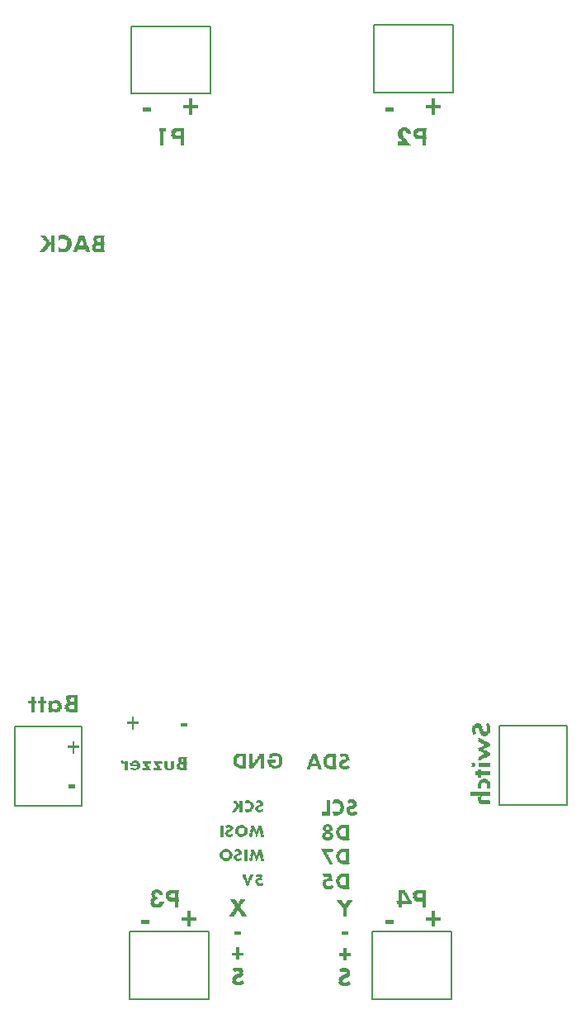
<source format=gbr>
G04 EAGLE Gerber RS-274X export*
G75*
%MOMM*%
%FSLAX34Y34*%
%LPD*%
%INSilkscreen Bottom*%
%IPPOS*%
%AMOC8*
5,1,8,0,0,1.08239X$1,22.5*%
G01*
%ADD10R,0.599441X0.066803*%
%ADD11R,0.601981X0.066547*%
%ADD12R,0.934719X0.066547*%
%ADD13R,0.932178X0.066803*%
%ADD14R,1.066800X0.066803*%
%ADD15R,1.066800X0.066547*%
%ADD16R,1.132841X0.066547*%
%ADD17R,1.135381X0.066803*%
%ADD18R,1.132841X0.066803*%
%ADD19R,0.464822X0.066547*%
%ADD20R,0.266700X0.066547*%
%ADD21R,0.467363X0.066803*%
%ADD22R,0.266700X0.066803*%
%ADD23R,0.398781X0.066803*%
%ADD24R,0.068578X0.066803*%
%ADD25R,0.401322X0.066547*%
%ADD26R,0.066037X0.066547*%
%ADD27R,0.398781X0.066547*%
%ADD28R,0.401322X0.066803*%
%ADD29R,0.533400X0.066803*%
%ADD30R,0.533400X0.066547*%
%ADD31R,0.731522X0.066547*%
%ADD32R,0.734063X0.066803*%
%ADD33R,0.800100X0.066803*%
%ADD34R,0.800100X0.066547*%
%ADD35R,0.866141X0.066547*%
%ADD36R,0.866141X0.066550*%
%ADD37R,0.868678X0.066550*%
%ADD38R,0.866138X0.066800*%
%ADD39R,0.800100X0.066800*%
%ADD40R,0.800100X0.066550*%
%ADD41R,0.599441X0.066550*%
%ADD42R,0.599441X0.066800*%
%ADD43R,0.467359X0.066800*%
%ADD44R,0.464819X0.066550*%
%ADD45R,0.401319X0.066550*%
%ADD46R,0.398778X0.066800*%
%ADD47R,0.401319X0.066800*%
%ADD48R,0.398778X0.066550*%
%ADD49R,0.134619X0.066800*%
%ADD50R,0.132078X0.066550*%
%ADD51R,1.000759X0.066550*%
%ADD52R,0.998219X0.066800*%
%ADD53R,0.934719X0.066800*%
%ADD54R,0.932178X0.066550*%
%ADD55R,0.932181X0.066550*%
%ADD56R,0.934722X0.066800*%
%ADD57R,0.533400X0.066550*%
%ADD58R,0.533400X0.066800*%
%ADD59R,1.198881X0.066547*%
%ADD60R,1.201422X0.066803*%
%ADD61R,1.198881X0.066803*%
%ADD62R,1.201422X0.066547*%
%ADD63R,0.665481X0.066547*%
%ADD64R,0.668022X0.066803*%
%ADD65R,0.665481X0.066803*%
%ADD66R,0.668022X0.066547*%
%ADD67R,0.332738X0.066550*%
%ADD68R,0.332741X0.066550*%
%ADD69R,0.332738X0.066800*%
%ADD70R,0.332741X0.066800*%
%ADD71R,1.534159X0.066800*%
%ADD72R,1.531619X0.066800*%
%ADD73R,1.534159X0.066550*%
%ADD74R,1.531619X0.066550*%
%ADD75R,1.534159X0.066547*%
%ADD76R,1.531619X0.066547*%
%ADD77R,0.332738X0.066803*%
%ADD78R,0.332741X0.066803*%
%ADD79R,0.332738X0.066547*%
%ADD80R,0.401319X0.066547*%
%ADD81R,0.332741X0.066547*%
%ADD82R,0.467359X0.066803*%
%ADD83R,0.401319X0.066803*%
%ADD84R,0.464819X0.066547*%
%ADD85R,0.464819X0.066803*%
%ADD86R,0.467359X0.066547*%
%ADD87R,0.467363X0.066547*%
%ADD88R,0.932178X0.066547*%
%ADD89R,0.734059X0.066547*%
%ADD90R,0.599441X0.066547*%
%ADD91R,1.201419X0.066547*%
%ADD92R,1.267459X0.066803*%
%ADD93R,0.734059X0.066803*%
%ADD94R,0.934719X0.066803*%
%ADD95R,1.531622X0.066803*%
%ADD96R,0.398778X0.066547*%
%ADD97R,1.531622X0.066547*%
%ADD98R,0.464822X0.066803*%
%ADD99R,1.465581X0.066803*%
%ADD100R,0.530859X0.066803*%
%ADD101R,1.201419X0.066803*%
%ADD102R,1.267459X0.066547*%
%ADD103R,0.335278X0.066547*%
%ADD104R,0.467359X0.066550*%
%ADD105R,1.333500X0.066550*%
%ADD106R,0.335278X0.066550*%
%ADD107R,0.398781X0.066800*%
%ADD108R,0.398781X0.066550*%
%ADD109R,0.335278X0.066800*%
%ADD110R,1.066800X0.066800*%
%ADD111R,1.267459X0.066800*%
%ADD112R,0.734059X0.066800*%
%ADD113R,1.198881X0.066550*%
%ADD114R,0.734059X0.066550*%
%ADD115R,1.201419X0.066550*%
%ADD116R,0.932181X0.066800*%
%ADD117R,1.132841X0.066800*%
%ADD118R,0.668019X0.066800*%
%ADD119R,0.668019X0.066550*%
%ADD120R,0.668019X0.066547*%
%ADD121R,0.866141X0.066803*%
%ADD122R,0.932181X0.066547*%
%ADD123R,1.000759X0.066547*%
%ADD124R,0.998222X0.066803*%
%ADD125R,1.135378X0.066803*%
%ADD126R,0.198122X0.066547*%
%ADD127R,0.198119X0.066803*%
%ADD128R,0.398778X0.066803*%
%ADD129R,0.066041X0.066803*%
%ADD130R,0.665478X0.066547*%
%ADD131R,0.066041X0.066547*%
%ADD132R,0.200663X0.066803*%
%ADD133R,0.200663X0.066547*%
%ADD134R,0.200659X0.066547*%
%ADD135R,0.198119X0.066547*%
%ADD136R,0.731519X0.066547*%
%ADD137R,0.200659X0.066803*%
%ADD138R,1.135378X0.066547*%
%ADD139R,0.601981X0.066803*%
%ADD140R,0.868678X0.066803*%
%ADD141R,1.135378X0.066800*%
%ADD142R,0.266700X0.066800*%
%ADD143R,0.200659X0.066800*%
%ADD144R,0.068581X0.066800*%
%ADD145R,0.731519X0.066550*%
%ADD146R,0.601981X0.066550*%
%ADD147R,0.266700X0.066550*%
%ADD148R,0.134622X0.066550*%
%ADD149R,0.868681X0.066547*%
%ADD150R,1.000759X0.066803*%
%ADD151R,0.134622X0.066803*%
%ADD152R,0.335281X0.066803*%
%ADD153R,0.068581X0.066547*%
%ADD154R,0.335281X0.066547*%
%ADD155R,1.064259X0.066547*%
%ADD156R,0.868681X0.066803*%
%ADD157R,0.868678X0.066547*%
%ADD158R,0.530859X0.066550*%
%ADD159R,1.064259X0.066800*%
%ADD160R,0.665478X0.066550*%
%ADD161R,0.668022X0.066550*%
%ADD162R,0.731519X0.066800*%
%ADD163R,0.866141X0.066800*%
%ADD164R,0.200663X0.066800*%
%ADD165R,0.200663X0.066550*%
%ADD166R,0.335281X0.066800*%
%ADD167R,0.335281X0.066550*%
%ADD168R,0.198119X0.066800*%
%ADD169R,0.200659X0.066550*%
%ADD170R,0.264159X0.066547*%
%ADD171R,0.264159X0.066803*%
%ADD172R,0.134619X0.066547*%
%ADD173R,0.599438X0.066803*%
%ADD174R,0.668019X0.066803*%
%ADD175R,0.934719X0.066550*%
%ADD176R,1.000759X0.066800*%
%ADD177R,0.401322X0.066800*%
%ADD178R,0.132081X0.066800*%
%ADD179R,0.335278X0.066803*%
%ADD180R,0.599438X0.066547*%
%ADD181R,0.068578X0.066547*%
%ADD182R,0.734063X0.066547*%
%ADD183R,1.132838X0.066547*%
%ADD184R,1.198878X0.066803*%
%ADD185R,1.198878X0.066547*%
%ADD186R,1.998978X0.066547*%
%ADD187R,1.998978X0.066803*%
%ADD188R,0.601981X0.066800*%
%ADD189R,1.066800X0.066550*%
%ADD190R,1.600200X0.066547*%
%ADD191R,1.600200X0.066803*%
%ADD192R,0.665478X0.066803*%
%ADD193R,0.998219X0.066803*%
%ADD194R,1.132838X0.066803*%
%ADD195R,1.333500X0.066803*%
%ADD196R,0.998222X0.066547*%
%ADD197R,0.932181X0.066803*%
%ADD198R,0.731519X0.066803*%
%ADD199R,0.132081X0.066803*%
%ADD200R,0.401322X0.066550*%
%ADD201R,0.731522X0.066550*%
%ADD202R,0.601978X0.066800*%
%ADD203R,0.464819X0.066800*%
%ADD204R,0.665478X0.066800*%
%ADD205R,0.668022X0.066800*%
%ADD206R,1.132838X0.066550*%
%ADD207R,1.201422X0.066550*%
%ADD208R,0.198119X0.066550*%
%ADD209R,0.734063X0.066550*%
%ADD210R,1.264919X0.066547*%
%ADD211R,1.264919X0.066803*%
%ADD212R,0.132078X0.066547*%
%ADD213R,0.934722X0.066547*%
%ADD214R,1.000762X0.066550*%
%ADD215R,0.998219X0.066550*%
%ADD216R,1.267459X0.066550*%
%ADD217R,0.068581X0.066550*%
%ADD218R,1.267463X0.066547*%
%ADD219R,1.267463X0.066803*%
%ADD220R,1.135381X0.066547*%
%ADD221R,1.000762X0.066800*%
%ADD222R,1.135381X0.066800*%
%ADD223R,1.135381X0.066550*%
%ADD224R,0.934722X0.066550*%
%ADD225R,1.468119X0.066547*%
%ADD226R,0.134619X0.066803*%
%ADD227R,1.468119X0.066803*%
%ADD228R,1.330959X0.066803*%
%ADD229R,1.330959X0.066547*%
%ADD230R,1.135378X0.066550*%
%ADD231R,0.866138X0.066550*%
%ADD232R,0.467363X0.066550*%
%ADD233R,0.134619X0.066550*%
%ADD234R,0.599438X0.066550*%
%ADD235R,0.665481X0.066800*%
%ADD236R,0.665481X0.066550*%
%ADD237R,0.467363X0.066800*%
%ADD238R,0.868681X0.066800*%
%ADD239R,1.333500X0.066547*%
%ADD240R,0.464822X0.066550*%
%ADD241R,1.333500X0.066800*%
%ADD242R,1.198881X0.066800*%
%ADD243R,1.132841X0.066550*%
%ADD244C,0.127000*%


D10*
X340665Y15333D03*
D11*
X231331Y15999D03*
D12*
X340995Y15999D03*
D13*
X231661Y16666D03*
D14*
X340995Y16666D03*
D15*
X231673Y17333D03*
D16*
X340665Y17333D03*
D17*
X231331Y18000D03*
D18*
X340004Y18000D03*
D16*
X230657Y18666D03*
D19*
X336664Y18666D03*
D20*
X344335Y18666D03*
D21*
X227330Y19333D03*
D22*
X234988Y19333D03*
D23*
X336334Y19333D03*
D24*
X344665Y19333D03*
D25*
X227000Y20000D03*
D26*
X235331Y20000D03*
D27*
X336334Y20000D03*
D28*
X227000Y20667D03*
D23*
X336334Y20667D03*
D25*
X227000Y21333D03*
D19*
X336664Y21333D03*
D21*
X227330Y22000D03*
D29*
X337007Y22000D03*
D30*
X227660Y22667D03*
D31*
X337998Y22667D03*
D32*
X228664Y23334D03*
D33*
X339001Y23334D03*
D34*
X229654Y24000D03*
D35*
X339992Y24000D03*
D36*
X230670Y24666D03*
D37*
X340665Y24666D03*
D38*
X231331Y25333D03*
D39*
X341668Y25333D03*
D40*
X232321Y25999D03*
D41*
X342671Y25999D03*
D42*
X233324Y26666D03*
D43*
X343332Y26666D03*
D44*
X233998Y27333D03*
D45*
X343662Y27333D03*
D46*
X234328Y28000D03*
D47*
X343662Y28000D03*
D48*
X234328Y28666D03*
D45*
X343662Y28666D03*
D46*
X234328Y29333D03*
D49*
X336995Y29333D03*
D43*
X343332Y29333D03*
D50*
X227660Y30000D03*
D44*
X233998Y30000D03*
D51*
X340665Y30000D03*
D52*
X231331Y30667D03*
D53*
X340335Y30667D03*
D54*
X231000Y31333D03*
D55*
X339662Y31333D03*
D56*
X230327Y32000D03*
D39*
X339662Y32000D03*
D40*
X230340Y32667D03*
D57*
X339674Y32667D03*
D58*
X230327Y33334D03*
D20*
X340322Y41333D03*
D22*
X231000Y42000D03*
X340322Y42000D03*
D20*
X231000Y42667D03*
X340322Y42667D03*
D22*
X231000Y43334D03*
X340322Y43334D03*
D20*
X231000Y44000D03*
X340322Y44000D03*
X231000Y44666D03*
X340322Y44666D03*
D22*
X231000Y45333D03*
X340322Y45333D03*
D20*
X231000Y45999D03*
D59*
X340335Y45999D03*
D60*
X231000Y46666D03*
D61*
X340335Y46666D03*
D62*
X231000Y47333D03*
D59*
X340335Y47333D03*
D60*
X231000Y48000D03*
D61*
X340335Y48000D03*
D62*
X231000Y48666D03*
D20*
X340322Y48666D03*
D22*
X231000Y49333D03*
X340322Y49333D03*
D20*
X231000Y50000D03*
X340322Y50000D03*
D22*
X231000Y50667D03*
X340322Y50667D03*
D20*
X231000Y51333D03*
X340322Y51333D03*
D22*
X231000Y52000D03*
X340322Y52000D03*
D20*
X231000Y52667D03*
X340322Y52667D03*
D22*
X231000Y53334D03*
X340322Y53334D03*
D20*
X231000Y54000D03*
D63*
X340335Y67333D03*
D64*
X231000Y68000D03*
D65*
X340335Y68000D03*
D66*
X231000Y68666D03*
D63*
X340335Y68666D03*
D64*
X231000Y69333D03*
D65*
X340335Y69333D03*
D66*
X231000Y70000D03*
D63*
X340335Y70000D03*
D64*
X231000Y70667D03*
D67*
X180658Y75999D03*
D68*
X431330Y75999D03*
D69*
X180658Y76666D03*
D70*
X431330Y76666D03*
D67*
X180658Y77333D03*
D68*
X431330Y77333D03*
D69*
X180658Y78000D03*
D70*
X431330Y78000D03*
D40*
X135674Y78666D03*
D67*
X180658Y78666D03*
D40*
X386321Y78666D03*
D68*
X431330Y78666D03*
D39*
X135674Y79333D03*
D69*
X180658Y79333D03*
D39*
X386321Y79333D03*
D70*
X431330Y79333D03*
D40*
X135674Y80000D03*
D67*
X180658Y80000D03*
D40*
X386321Y80000D03*
D68*
X431330Y80000D03*
D39*
X135674Y80667D03*
D69*
X180658Y80667D03*
D39*
X386321Y80667D03*
D70*
X431330Y80667D03*
D40*
X135674Y81333D03*
D67*
X180658Y81333D03*
D40*
X386321Y81333D03*
D68*
X431330Y81333D03*
D39*
X135674Y82000D03*
D71*
X180670Y82000D03*
D39*
X386321Y82000D03*
D72*
X431330Y82000D03*
D73*
X180670Y82667D03*
D74*
X431330Y82667D03*
D71*
X180670Y83334D03*
D72*
X431330Y83334D03*
D73*
X180670Y84000D03*
D74*
X431330Y84000D03*
D75*
X180670Y84666D03*
D76*
X431330Y84666D03*
D77*
X180658Y85333D03*
D78*
X431330Y85333D03*
D79*
X180658Y85999D03*
D80*
X340335Y85999D03*
D81*
X431330Y85999D03*
D77*
X180658Y86666D03*
D21*
X224663Y86666D03*
D82*
X237338Y86666D03*
D83*
X340335Y86666D03*
D78*
X431330Y86666D03*
D79*
X180658Y87333D03*
D30*
X224993Y87333D03*
D84*
X236665Y87333D03*
D80*
X340335Y87333D03*
D81*
X431330Y87333D03*
D77*
X180658Y88000D03*
D85*
X225336Y88000D03*
X236665Y88000D03*
D83*
X340335Y88000D03*
D78*
X431330Y88000D03*
D79*
X180658Y88666D03*
D84*
X225997Y88666D03*
D86*
X235991Y88666D03*
D80*
X340335Y88666D03*
D81*
X431330Y88666D03*
D77*
X180658Y89333D03*
D85*
X225997Y89333D03*
D21*
X235331Y89333D03*
D83*
X340335Y89333D03*
D78*
X431330Y89333D03*
D79*
X180658Y90000D03*
D86*
X226670Y90000D03*
D87*
X235331Y90000D03*
D80*
X340335Y90000D03*
D81*
X431330Y90000D03*
D77*
X180658Y90667D03*
D21*
X227330Y90667D03*
D82*
X234671Y90667D03*
D83*
X340335Y90667D03*
D78*
X431330Y90667D03*
D79*
X180658Y91333D03*
D25*
X227660Y91333D03*
D84*
X233998Y91333D03*
D80*
X340335Y91333D03*
D81*
X431330Y91333D03*
D82*
X227990Y92000D03*
X233324Y92000D03*
D83*
X340335Y92000D03*
D88*
X231000Y92667D03*
D80*
X340335Y92667D03*
D33*
X231000Y93334D03*
D83*
X340335Y93334D03*
D89*
X230670Y94000D03*
D80*
X340335Y94000D03*
D90*
X230657Y94666D03*
D80*
X340335Y94666D03*
D10*
X148006Y95333D03*
D23*
X168339Y95333D03*
D29*
X230988Y95333D03*
X340335Y95333D03*
D83*
X397662Y95333D03*
X421665Y95333D03*
D35*
X147993Y95999D03*
D27*
X168339Y95999D03*
D86*
X230657Y95999D03*
D63*
X340335Y95999D03*
D80*
X397662Y95999D03*
X421665Y95999D03*
D14*
X147676Y96666D03*
D23*
X168339Y96666D03*
D10*
X230657Y96666D03*
D65*
X340335Y96666D03*
D83*
X397662Y96666D03*
X421665Y96666D03*
D91*
X147663Y97333D03*
D27*
X168339Y97333D03*
D66*
X231000Y97333D03*
D34*
X340322Y97333D03*
D80*
X397662Y97333D03*
X421665Y97333D03*
D92*
X147993Y98000D03*
D23*
X168339Y98000D03*
D93*
X230670Y98000D03*
D94*
X340335Y98000D03*
D83*
X397662Y98000D03*
X421665Y98000D03*
D30*
X143662Y98666D03*
D86*
X151994Y98666D03*
D27*
X168339Y98666D03*
D35*
X230670Y98666D03*
D86*
X337337Y98666D03*
X343332Y98666D03*
D80*
X397662Y98666D03*
X421665Y98666D03*
D82*
X143332Y99333D03*
D23*
X152337Y99333D03*
X168339Y99333D03*
D13*
X231000Y99333D03*
D82*
X337337Y99333D03*
X343332Y99333D03*
D95*
X401333Y99333D03*
D83*
X421665Y99333D03*
D80*
X143002Y100000D03*
D19*
X152667Y100000D03*
D27*
X168339Y100000D03*
D86*
X227990Y100000D03*
D96*
X233667Y100000D03*
D19*
X336664Y100000D03*
D86*
X343992Y100000D03*
D97*
X401333Y100000D03*
D80*
X421665Y100000D03*
D83*
X143002Y100667D03*
D98*
X152667Y100667D03*
D23*
X168339Y100667D03*
D21*
X227330Y100667D03*
D85*
X233998Y100667D03*
D82*
X335991Y100667D03*
D98*
X344665Y100667D03*
D95*
X401333Y100667D03*
D83*
X421665Y100667D03*
D80*
X143002Y101333D03*
D27*
X168339Y101333D03*
D87*
X227330Y101333D03*
D86*
X234671Y101333D03*
X335991Y101333D03*
D19*
X344665Y101333D03*
D97*
X401333Y101333D03*
D80*
X421665Y101333D03*
D83*
X143002Y102000D03*
D14*
X164998Y102000D03*
D82*
X226670Y102000D03*
X234671Y102000D03*
X335331Y102000D03*
X345338Y102000D03*
D99*
X401003Y102000D03*
D14*
X418338Y102000D03*
D86*
X143332Y102667D03*
D16*
X164668Y102667D03*
D84*
X225997Y102667D03*
D87*
X235331Y102667D03*
D86*
X334670Y102667D03*
X345999Y102667D03*
D80*
X397662Y102667D03*
D27*
X406337Y102667D03*
D16*
X418008Y102667D03*
D82*
X143993Y103334D03*
D61*
X164338Y103334D03*
D100*
X225666Y103334D03*
D29*
X235661Y103334D03*
D83*
X397662Y103334D03*
D78*
X406006Y103334D03*
D101*
X417665Y103334D03*
D90*
X145339Y104000D03*
D102*
X163995Y104000D03*
D80*
X397662Y104000D03*
D103*
X405333Y104000D03*
D102*
X417335Y104000D03*
D104*
X145999Y104666D03*
D105*
X163665Y104666D03*
D45*
X397662Y104666D03*
D106*
X405333Y104666D03*
D105*
X417005Y104666D03*
D43*
X145999Y105333D03*
X159334Y105333D03*
D107*
X168339Y105333D03*
D47*
X397662Y105333D03*
D70*
X404660Y105333D03*
D43*
X412674Y105333D03*
D47*
X421665Y105333D03*
D104*
X145339Y105999D03*
X159334Y105999D03*
D108*
X168339Y105999D03*
D45*
X397662Y105999D03*
D108*
X404330Y105999D03*
D104*
X412674Y105999D03*
D45*
X421665Y105999D03*
D107*
X144336Y106666D03*
D47*
X159004Y106666D03*
D107*
X168339Y106666D03*
D47*
X397662Y106666D03*
D70*
X404000Y106666D03*
D107*
X412331Y106666D03*
D47*
X421665Y106666D03*
D68*
X144005Y107333D03*
D45*
X159004Y107333D03*
D108*
X168339Y107333D03*
D45*
X397662Y107333D03*
D68*
X403339Y107333D03*
D108*
X412331Y107333D03*
D45*
X421665Y107333D03*
D47*
X143662Y108000D03*
X159004Y108000D03*
D107*
X168339Y108000D03*
D47*
X397662Y108000D03*
D70*
X403339Y108000D03*
D107*
X412331Y108000D03*
D47*
X421665Y108000D03*
D45*
X143662Y108666D03*
D68*
X152006Y108666D03*
D104*
X159334Y108666D03*
D108*
X168339Y108666D03*
D45*
X397662Y108666D03*
D106*
X402666Y108666D03*
D104*
X412674Y108666D03*
D45*
X421665Y108666D03*
D43*
X143993Y109333D03*
D47*
X151663Y109333D03*
D58*
X159664Y109333D03*
D107*
X168339Y109333D03*
D47*
X397662Y109333D03*
D109*
X402666Y109333D03*
D58*
X413004Y109333D03*
D47*
X421665Y109333D03*
D108*
X144336Y110000D03*
D104*
X151333Y110000D03*
D105*
X163665Y110000D03*
D40*
X399656Y110000D03*
D105*
X417005Y110000D03*
D110*
X147676Y110667D03*
D111*
X163995Y110667D03*
D112*
X399326Y110667D03*
D111*
X417335Y110667D03*
D51*
X148006Y111333D03*
D113*
X164338Y111333D03*
D114*
X399326Y111333D03*
D115*
X417665Y111333D03*
D116*
X147663Y112000D03*
D117*
X164668Y112000D03*
D118*
X398996Y112000D03*
D117*
X418008Y112000D03*
D119*
X147663Y112667D03*
D51*
X165329Y112667D03*
D119*
X398996Y112667D03*
D51*
X418668Y112667D03*
D107*
X147663Y113334D03*
D90*
X324002Y114666D03*
D120*
X341668Y114666D03*
D121*
X323990Y115333D03*
D94*
X340335Y115333D03*
D122*
X323660Y115999D03*
D123*
X340004Y115999D03*
D124*
X323329Y116666D03*
D125*
X339331Y116666D03*
D27*
X320332Y117333D03*
D126*
X327330Y117333D03*
D91*
X339001Y117333D03*
D127*
X240665Y118000D03*
D82*
X253340Y118000D03*
D128*
X319672Y118000D03*
D129*
X327990Y118000D03*
D82*
X335331Y118000D03*
D83*
X343002Y118000D03*
D20*
X241008Y118666D03*
D130*
X253670Y118666D03*
D96*
X319672Y118666D03*
D27*
X334328Y118666D03*
D80*
X343002Y118666D03*
D22*
X241008Y119333D03*
D93*
X253327Y119333D03*
D77*
X319342Y119333D03*
D78*
X333997Y119333D03*
D83*
X343002Y119333D03*
D25*
X240995Y120000D03*
D81*
X250660Y120000D03*
D131*
X256007Y120000D03*
D79*
X319342Y120000D03*
D27*
X333667Y120000D03*
D80*
X343002Y120000D03*
D28*
X240995Y120667D03*
D22*
X250330Y120667D03*
D128*
X319672Y120667D03*
D23*
X333667Y120667D03*
D83*
X343002Y120667D03*
D30*
X240995Y121333D03*
D20*
X249669Y121333D03*
D96*
X319672Y121333D03*
D81*
X333337Y121333D03*
D80*
X343002Y121333D03*
D29*
X240995Y122000D03*
D132*
X250000Y122000D03*
D23*
X320332Y122000D03*
D78*
X333337Y122000D03*
D83*
X343002Y122000D03*
D133*
X239332Y122667D03*
D134*
X242659Y122667D03*
D20*
X250330Y122667D03*
D122*
X322999Y122667D03*
D81*
X333337Y122667D03*
D80*
X343002Y122667D03*
D22*
X239001Y123334D03*
X242989Y123334D03*
D78*
X250660Y123334D03*
D121*
X323329Y123334D03*
D78*
X333337Y123334D03*
D83*
X343002Y123334D03*
D134*
X238671Y124000D03*
D135*
X243332Y124000D03*
D11*
X252667Y124000D03*
D136*
X324002Y124000D03*
D27*
X333667Y124000D03*
D80*
X343002Y124000D03*
D20*
X238341Y124666D03*
X243675Y124666D03*
D30*
X253009Y124666D03*
X324333Y124666D03*
D27*
X333667Y124666D03*
D80*
X343002Y124666D03*
D22*
X238341Y125332D03*
X243675Y125332D03*
D28*
X253670Y125332D03*
D22*
X325666Y125332D03*
D23*
X334328Y125332D03*
D83*
X343002Y125332D03*
D20*
X237655Y125999D03*
X244335Y125999D03*
D134*
X254673Y125999D03*
D20*
X325666Y125999D03*
D86*
X334670Y125999D03*
D80*
X343002Y125999D03*
D22*
X237655Y126666D03*
X244335Y126666D03*
D137*
X254673Y126666D03*
D22*
X325666Y126666D03*
D82*
X335331Y126666D03*
D83*
X343002Y126666D03*
D134*
X237325Y127333D03*
D20*
X244335Y127333D03*
D11*
X252667Y127333D03*
D35*
X322669Y127333D03*
D138*
X339331Y127333D03*
D22*
X236995Y127999D03*
X244996Y127999D03*
D139*
X252667Y127999D03*
D121*
X322669Y127999D03*
D14*
X339674Y127999D03*
D20*
X236995Y128666D03*
X244996Y128666D03*
D30*
X252324Y128666D03*
D34*
X322339Y128666D03*
D123*
X340004Y128666D03*
D33*
X322339Y129333D03*
D140*
X340665Y129333D03*
D68*
X326657Y140000D03*
D119*
X341668Y140000D03*
D107*
X326327Y140666D03*
D53*
X340335Y140666D03*
D108*
X325666Y141333D03*
D51*
X340004Y141333D03*
D107*
X325666Y142000D03*
D141*
X339331Y142000D03*
D48*
X325006Y142667D03*
D115*
X339001Y142667D03*
D43*
X218669Y143333D03*
D46*
X231000Y143333D03*
D142*
X239001Y143333D03*
D143*
X244005Y143333D03*
D144*
X250000Y143333D03*
D142*
X255664Y143333D03*
D69*
X324676Y143333D03*
D43*
X335331Y143333D03*
D47*
X343002Y143333D03*
D145*
X218669Y144000D03*
D146*
X231331Y144000D03*
D147*
X239001Y144000D03*
X244335Y144000D03*
D148*
X249669Y144000D03*
D147*
X255664Y144000D03*
D45*
X324333Y144000D03*
D108*
X334328Y144000D03*
D45*
X343002Y144000D03*
D149*
X218669Y144666D03*
D66*
X231000Y144666D03*
D20*
X239001Y144666D03*
X244335Y144666D03*
D133*
X250000Y144666D03*
D20*
X255664Y144666D03*
D81*
X323990Y144666D03*
X333997Y144666D03*
D80*
X343002Y144666D03*
D150*
X218669Y145332D03*
D22*
X228333Y145332D03*
D151*
X233667Y145332D03*
D22*
X239001Y145332D03*
X244335Y145332D03*
D132*
X250000Y145332D03*
X255334Y145332D03*
D23*
X323660Y145332D03*
X333667Y145332D03*
D83*
X343002Y145332D03*
D81*
X214668Y145999D03*
X222669Y145999D03*
D20*
X228333Y145999D03*
X239001Y145999D03*
X244335Y145999D03*
D79*
X250000Y145999D03*
D133*
X255334Y145999D03*
D27*
X322999Y145999D03*
X333667Y145999D03*
D80*
X343002Y145999D03*
D22*
X214338Y146666D03*
X222999Y146666D03*
X228333Y146666D03*
X239001Y146666D03*
D132*
X244666Y146666D03*
D77*
X250000Y146666D03*
D22*
X255003Y146666D03*
D78*
X322669Y146666D03*
X333337Y146666D03*
D83*
X343002Y146666D03*
D20*
X213678Y147333D03*
X222999Y147333D03*
X228333Y147333D03*
X239001Y147333D03*
D133*
X244666Y147333D03*
D96*
X249669Y147333D03*
D20*
X255003Y147333D03*
D96*
X322339Y147333D03*
D81*
X333337Y147333D03*
D80*
X343002Y147333D03*
D22*
X213678Y147999D03*
X223660Y147999D03*
D128*
X228994Y147999D03*
D22*
X239001Y147999D03*
X244996Y147999D03*
D85*
X250000Y147999D03*
D22*
X255003Y147999D03*
D77*
X322009Y147999D03*
D78*
X333337Y147999D03*
D83*
X343002Y147999D03*
D20*
X213678Y148666D03*
X223660Y148666D03*
D30*
X230327Y148666D03*
D20*
X239001Y148666D03*
X244996Y148666D03*
D135*
X248666Y148666D03*
X251333Y148666D03*
D20*
X255003Y148666D03*
D80*
X321666Y148666D03*
D81*
X333337Y148666D03*
D80*
X343002Y148666D03*
D22*
X213678Y149333D03*
X223660Y149333D03*
D29*
X230988Y149333D03*
D22*
X239001Y149333D03*
X244996Y149333D03*
D137*
X247993Y149333D03*
D22*
X251676Y149333D03*
D137*
X254673Y149333D03*
D152*
X321335Y149333D03*
D23*
X333667Y149333D03*
D83*
X343002Y149333D03*
D20*
X213678Y150000D03*
X223660Y150000D03*
D86*
X232004Y150000D03*
D20*
X239001Y150000D03*
D30*
X246329Y150000D03*
D86*
X253340Y150000D03*
D81*
X320662Y150000D03*
D27*
X333667Y150000D03*
D80*
X343002Y150000D03*
D78*
X214008Y150666D03*
D22*
X222999Y150666D03*
X233007Y150666D03*
X239001Y150666D03*
D82*
X246659Y150666D03*
X253340Y150666D03*
D23*
X320332Y150666D03*
X334328Y150666D03*
D83*
X343002Y150666D03*
D20*
X214338Y151333D03*
D81*
X222669Y151333D03*
D20*
X233007Y151333D03*
X239001Y151333D03*
D25*
X246329Y151333D03*
D86*
X253340Y151333D03*
D81*
X320002Y151333D03*
D86*
X334670Y151333D03*
D80*
X343002Y151333D03*
D128*
X214998Y152000D03*
D78*
X222009Y152000D03*
D22*
X233007Y152000D03*
X239001Y152000D03*
D28*
X246329Y152000D03*
X253670Y152000D03*
D128*
X319672Y152000D03*
D82*
X335331Y152000D03*
D83*
X343002Y152000D03*
D123*
X218669Y152667D03*
D153*
X228664Y152667D03*
D154*
X232664Y152667D03*
D20*
X239001Y152667D03*
D154*
X245999Y152667D03*
D25*
X253670Y152667D03*
D155*
X322999Y152667D03*
D138*
X339331Y152667D03*
D156*
X218669Y153333D03*
D10*
X230657Y153333D03*
D22*
X239001Y153333D03*
D152*
X245999Y153333D03*
D22*
X253657Y153333D03*
D18*
X322656Y153333D03*
D14*
X339674Y153333D03*
D90*
X218669Y154000D03*
D30*
X230327Y154000D03*
D20*
X239001Y154000D03*
D154*
X245999Y154000D03*
D20*
X253657Y154000D03*
D16*
X322656Y154000D03*
D123*
X340004Y154000D03*
D154*
X218669Y154666D03*
D81*
X230670Y154666D03*
D59*
X322326Y154666D03*
D157*
X340665Y154666D03*
D158*
X322999Y164666D03*
D119*
X341668Y164666D03*
D39*
X322999Y165332D03*
D53*
X340335Y165332D03*
D55*
X322999Y165999D03*
D51*
X340004Y165999D03*
D159*
X322999Y166666D03*
D141*
X339331Y166666D03*
D48*
X319672Y167333D03*
D108*
X326327Y167333D03*
D115*
X339001Y167333D03*
D142*
X214338Y167999D03*
D107*
X222339Y167999D03*
D46*
X234328Y167999D03*
D143*
X244005Y167999D03*
D144*
X250000Y167999D03*
D142*
X255664Y167999D03*
D47*
X318999Y167999D03*
X327000Y167999D03*
D43*
X335331Y167999D03*
D47*
X343002Y167999D03*
D147*
X214338Y168666D03*
D160*
X222326Y168666D03*
D161*
X234328Y168666D03*
D147*
X244335Y168666D03*
D148*
X249669Y168666D03*
D147*
X255664Y168666D03*
D45*
X318999Y168666D03*
X327000Y168666D03*
D108*
X334328Y168666D03*
D45*
X343002Y168666D03*
D142*
X214338Y169333D03*
D162*
X221996Y169333D03*
D163*
X234658Y169333D03*
D142*
X244335Y169333D03*
D164*
X250000Y169333D03*
D142*
X255664Y169333D03*
D69*
X319342Y169333D03*
D47*
X327000Y169333D03*
D70*
X333997Y169333D03*
D47*
X343002Y169333D03*
D147*
X214338Y170000D03*
X219672Y170000D03*
D50*
X224333Y170000D03*
D51*
X234671Y170000D03*
D147*
X244335Y170000D03*
D165*
X250000Y170000D03*
X255334Y170000D03*
D67*
X319342Y170000D03*
D68*
X326657Y170000D03*
D108*
X333667Y170000D03*
D45*
X343002Y170000D03*
D142*
X214338Y170666D03*
X219012Y170666D03*
D70*
X230670Y170666D03*
D166*
X237998Y170666D03*
D142*
X244335Y170666D03*
D69*
X250000Y170666D03*
D164*
X255334Y170666D03*
D46*
X319672Y170666D03*
D107*
X326327Y170666D03*
X333667Y170666D03*
D47*
X343002Y170666D03*
D147*
X214338Y171333D03*
X219012Y171333D03*
D167*
X229997Y171333D03*
D68*
X238671Y171333D03*
D165*
X244666Y171333D03*
D67*
X250000Y171333D03*
D147*
X255003Y171333D03*
D55*
X322999Y171333D03*
D68*
X333337Y171333D03*
D45*
X343002Y171333D03*
D142*
X214338Y172000D03*
D70*
X219342Y172000D03*
D142*
X229654Y172000D03*
X239001Y172000D03*
D164*
X244666Y172000D03*
D46*
X249669Y172000D03*
D142*
X255003Y172000D03*
D118*
X322999Y172000D03*
D70*
X333337Y172000D03*
D47*
X343002Y172000D03*
D147*
X214338Y172667D03*
D48*
X220332Y172667D03*
D147*
X229654Y172667D03*
X239001Y172667D03*
X244996Y172667D03*
D44*
X250000Y172667D03*
D147*
X255003Y172667D03*
D158*
X322999Y172667D03*
D68*
X333337Y172667D03*
D45*
X343002Y172667D03*
D142*
X214338Y173333D03*
D58*
X221005Y173333D03*
D142*
X229654Y173333D03*
D69*
X239332Y173333D03*
D142*
X244996Y173333D03*
D168*
X248666Y173333D03*
X251333Y173333D03*
D142*
X255003Y173333D03*
D118*
X322999Y173333D03*
D70*
X333337Y173333D03*
D47*
X343002Y173333D03*
D147*
X214338Y174000D03*
D57*
X222326Y174000D03*
D147*
X229654Y174000D03*
D67*
X239332Y174000D03*
D147*
X244996Y174000D03*
D169*
X247993Y174000D03*
D147*
X251676Y174000D03*
D169*
X254673Y174000D03*
D40*
X322999Y174000D03*
D108*
X333667Y174000D03*
D45*
X343002Y174000D03*
D20*
X214338Y174666D03*
D96*
X222999Y174666D03*
D20*
X229654Y174666D03*
X239001Y174666D03*
D30*
X246329Y174666D03*
D86*
X253340Y174666D03*
D81*
X320002Y174666D03*
X325996Y174666D03*
D27*
X333667Y174666D03*
D80*
X343002Y174666D03*
D22*
X214338Y175332D03*
D78*
X223990Y175332D03*
D22*
X229654Y175332D03*
X239001Y175332D03*
D82*
X246659Y175332D03*
X253340Y175332D03*
D22*
X319672Y175332D03*
D78*
X326657Y175332D03*
D23*
X334328Y175332D03*
D83*
X343002Y175332D03*
D20*
X214338Y175999D03*
D170*
X224333Y175999D03*
D20*
X230340Y175999D03*
D81*
X238671Y175999D03*
D25*
X246329Y175999D03*
D86*
X253340Y175999D03*
D79*
X319342Y175999D03*
D81*
X326657Y175999D03*
D86*
X334670Y175999D03*
D80*
X343002Y175999D03*
D22*
X214338Y176666D03*
D171*
X224333Y176666D03*
D78*
X230670Y176666D03*
D152*
X237998Y176666D03*
D28*
X246329Y176666D03*
X253670Y176666D03*
D77*
X319342Y176666D03*
D78*
X326657Y176666D03*
D82*
X335331Y176666D03*
D83*
X343002Y176666D03*
D20*
X214338Y177333D03*
D172*
X219672Y177333D03*
D20*
X223660Y177333D03*
D88*
X234328Y177333D03*
D154*
X245999Y177333D03*
D25*
X253670Y177333D03*
D20*
X319672Y177333D03*
X326327Y177333D03*
D138*
X339331Y177333D03*
D22*
X214338Y177999D03*
D173*
X221996Y177999D03*
D33*
X234328Y177999D03*
D152*
X245999Y177999D03*
D22*
X253657Y177999D03*
D23*
X320332Y177999D03*
X325666Y177999D03*
D14*
X339674Y177999D03*
D20*
X214338Y178666D03*
D90*
X221336Y178666D03*
D66*
X234328Y178666D03*
D154*
X245999Y178666D03*
D20*
X253657Y178666D03*
D34*
X322999Y178666D03*
D123*
X340004Y178666D03*
D22*
X221679Y179333D03*
D78*
X234658Y179333D03*
D174*
X322999Y179333D03*
D140*
X340665Y179333D03*
D27*
X322999Y180000D03*
D40*
X320993Y190000D03*
D57*
X331673Y190000D03*
X348336Y190000D03*
D39*
X320993Y190666D03*
D112*
X331991Y190666D03*
D39*
X348323Y190666D03*
D40*
X320993Y191333D03*
D37*
X332664Y191333D03*
D175*
X348336Y191333D03*
D39*
X320993Y192000D03*
D53*
X332994Y192000D03*
D176*
X348005Y192000D03*
D40*
X320993Y192667D03*
D51*
X333324Y192667D03*
D108*
X344996Y192667D03*
D147*
X350990Y192667D03*
D70*
X226657Y193333D03*
D142*
X234328Y193333D03*
D177*
X240995Y193333D03*
D46*
X252997Y193333D03*
D70*
X323329Y193333D03*
D49*
X328994Y193333D03*
D43*
X335991Y193333D03*
D107*
X344335Y193333D03*
D178*
X351663Y193333D03*
D167*
X227330Y194000D03*
D147*
X234328Y194000D03*
D41*
X241325Y194000D03*
X253340Y194000D03*
D68*
X323329Y194000D03*
D108*
X336995Y194000D03*
X344335Y194000D03*
D81*
X228003Y194666D03*
D20*
X234328Y194666D03*
D66*
X241668Y194666D03*
X252997Y194666D03*
D81*
X323329Y194666D03*
D86*
X337337Y194666D03*
D27*
X344335Y194666D03*
D22*
X228333Y195332D03*
X234328Y195332D03*
D32*
X241999Y195332D03*
D22*
X250330Y195332D03*
D151*
X255664Y195332D03*
D78*
X323329Y195332D03*
D83*
X337668Y195332D03*
D23*
X344335Y195332D03*
D20*
X228994Y195999D03*
X234328Y195999D03*
D79*
X244666Y195999D03*
D20*
X250330Y195999D03*
D81*
X323329Y195999D03*
D80*
X337668Y195999D03*
D30*
X345008Y195999D03*
D22*
X229654Y196666D03*
X234328Y196666D03*
X244996Y196666D03*
X250330Y196666D03*
D78*
X323329Y196666D03*
D179*
X337998Y196666D03*
D65*
X346329Y196666D03*
D154*
X229997Y197333D03*
D20*
X234328Y197333D03*
X244996Y197333D03*
X250330Y197333D03*
D81*
X323329Y197333D03*
D103*
X337998Y197333D03*
D34*
X347002Y197333D03*
D22*
X230340Y197999D03*
X234328Y197999D03*
X245656Y197999D03*
D28*
X251003Y197999D03*
D78*
X323329Y197999D03*
D179*
X337998Y197999D03*
D33*
X347663Y197999D03*
D180*
X232664Y198666D03*
D20*
X245656Y198666D03*
D30*
X252324Y198666D03*
D81*
X323329Y198666D03*
D103*
X337998Y198666D03*
D31*
X348666Y198666D03*
D173*
X232664Y199333D03*
D22*
X245656Y199333D03*
D29*
X253009Y199333D03*
D78*
X323329Y199333D03*
D83*
X337668Y199333D03*
D29*
X349656Y199333D03*
D20*
X231000Y200000D03*
X234328Y200000D03*
X245656Y200000D03*
D87*
X254000Y200000D03*
D81*
X323329Y200000D03*
D80*
X337668Y200000D03*
D86*
X350672Y200000D03*
D22*
X230340Y200666D03*
X234328Y200666D03*
X244996Y200666D03*
X255003Y200666D03*
D78*
X323329Y200666D03*
D23*
X336995Y200666D03*
D83*
X351003Y200666D03*
D20*
X229654Y201333D03*
X234328Y201333D03*
X244996Y201333D03*
X255003Y201333D03*
D81*
X323329Y201333D03*
D181*
X328663Y201333D03*
D19*
X336664Y201333D03*
D80*
X351003Y201333D03*
D88*
X485000Y201333D03*
D22*
X228994Y202000D03*
X234328Y202000D03*
D129*
X238658Y202000D03*
D78*
X244005Y202000D03*
D22*
X255003Y202000D03*
D78*
X323329Y202000D03*
D137*
X329324Y202000D03*
D29*
X335661Y202000D03*
D78*
X350660Y202000D03*
D14*
X484327Y202000D03*
D20*
X228333Y202667D03*
X234328Y202667D03*
D182*
X241999Y202667D03*
D131*
X250673Y202667D03*
D81*
X254673Y202667D03*
X323329Y202667D03*
D123*
X333324Y202667D03*
D172*
X344996Y202667D03*
D19*
X349999Y202667D03*
D183*
X483997Y202667D03*
D22*
X228333Y203333D03*
X234328Y203333D03*
D64*
X241668Y203333D03*
D139*
X252667Y203333D03*
D78*
X323329Y203333D03*
D94*
X332994Y203333D03*
D121*
X347993Y203333D03*
D184*
X483667Y203333D03*
D20*
X227673Y204000D03*
X234328Y204000D03*
D30*
X240995Y204000D03*
X252324Y204000D03*
D81*
X323329Y204000D03*
D157*
X332664Y204000D03*
D34*
X347663Y204000D03*
D185*
X483667Y204000D03*
D20*
X241008Y204666D03*
D79*
X252667Y204666D03*
D81*
X323329Y204666D03*
D89*
X331991Y204666D03*
X347332Y204666D03*
D102*
X483324Y204666D03*
D82*
X332003Y205332D03*
D98*
X347332Y205332D03*
D28*
X478993Y205332D03*
D154*
X478663Y205999D03*
D152*
X478663Y206666D03*
D20*
X479006Y207333D03*
D22*
X479006Y207999D03*
D134*
X479336Y208666D03*
D132*
X479997Y209333D03*
D186*
X479666Y210000D03*
D187*
X479666Y210666D03*
D186*
X479666Y211333D03*
D187*
X479666Y212000D03*
D186*
X479666Y212667D03*
D187*
X479666Y213333D03*
D188*
X60668Y217999D03*
D142*
X479006Y217999D03*
X487667Y217999D03*
D146*
X60668Y218666D03*
D167*
X478663Y218666D03*
D67*
X487998Y218666D03*
D188*
X60668Y219333D03*
D166*
X478663Y219333D03*
D142*
X488328Y219333D03*
D146*
X60668Y220000D03*
D167*
X478663Y220000D03*
D147*
X488328Y220000D03*
D188*
X60668Y220666D03*
D166*
X478663Y220666D03*
D69*
X487998Y220666D03*
D167*
X478663Y221333D03*
D67*
X487998Y221333D03*
D177*
X478993Y222000D03*
D46*
X487667Y222000D03*
D48*
X479666Y222667D03*
D104*
X487324Y222667D03*
D117*
X483337Y223333D03*
D189*
X483667Y224000D03*
D123*
X483337Y224666D03*
D121*
X483324Y225332D03*
D130*
X483667Y225999D03*
D28*
X483667Y226666D03*
D20*
X479006Y228666D03*
D22*
X479006Y229333D03*
D20*
X479006Y230000D03*
D22*
X479006Y230666D03*
D190*
X481660Y231333D03*
D191*
X481660Y232000D03*
D190*
X481660Y232667D03*
D191*
X481660Y233333D03*
D190*
X481660Y234000D03*
X481660Y234666D03*
D22*
X479006Y235332D03*
D20*
X116345Y235999D03*
D27*
X125006Y235999D03*
D35*
X137325Y235999D03*
D157*
X148666Y235999D03*
D30*
X160325Y235999D03*
D63*
X175006Y235999D03*
D20*
X479006Y235999D03*
D22*
X116345Y236666D03*
D65*
X124993Y236666D03*
D33*
X136995Y236666D03*
X148323Y236666D03*
D93*
X160668Y236666D03*
D121*
X174003Y236666D03*
D20*
X116345Y237333D03*
D34*
X125006Y237333D03*
X136995Y237333D03*
X148323Y237333D03*
D35*
X160668Y237333D03*
D122*
X173673Y237333D03*
D80*
X302997Y237333D03*
D27*
X314998Y237333D03*
D120*
X328333Y237333D03*
D30*
X340335Y237333D03*
D22*
X116345Y237999D03*
D78*
X122009Y237999D03*
D22*
X128334Y237999D03*
D93*
X136665Y237999D03*
X147993Y237999D03*
D23*
X157671Y237999D03*
D78*
X163335Y237999D03*
D150*
X173330Y237999D03*
D192*
X235661Y237999D03*
D128*
X244335Y237999D03*
D78*
X255994Y237999D03*
D29*
X269011Y237999D03*
D77*
X303340Y237999D03*
D78*
X314668Y237999D03*
D94*
X327000Y237999D03*
D140*
X340665Y237999D03*
D20*
X116345Y238666D03*
D81*
X128664Y238666D03*
D20*
X138341Y238666D03*
X149670Y238666D03*
D81*
X157340Y238666D03*
X163995Y238666D03*
D80*
X170332Y238666D03*
D81*
X176670Y238666D03*
D35*
X234658Y238666D03*
D84*
X244666Y238666D03*
D81*
X255994Y238666D03*
D35*
X269329Y238666D03*
D96*
X303670Y238666D03*
D81*
X314668Y238666D03*
D123*
X326669Y238666D03*
X340665Y238666D03*
D22*
X116345Y239333D03*
X128994Y239333D03*
D179*
X137998Y239333D03*
D78*
X149339Y239333D03*
D22*
X157010Y239333D03*
D78*
X163995Y239333D03*
D179*
X170002Y239333D03*
D78*
X176670Y239333D03*
D193*
X233998Y239333D03*
D85*
X244666Y239333D03*
D78*
X255994Y239333D03*
D14*
X269011Y239333D03*
D78*
X304000Y239333D03*
D128*
X314338Y239333D03*
D194*
X326009Y239333D03*
D150*
X340004Y239333D03*
D132*
X471996Y239333D03*
D184*
X483667Y239333D03*
D20*
X116345Y240000D03*
X128994Y240000D03*
X137655Y240000D03*
X149009Y240000D03*
X157010Y240000D03*
D81*
X163995Y240000D03*
D103*
X170002Y240000D03*
D81*
X176670Y240000D03*
D15*
X233655Y240000D03*
D30*
X245008Y240000D03*
D81*
X255994Y240000D03*
D62*
X268999Y240000D03*
D81*
X304000Y240000D03*
D79*
X314008Y240000D03*
D91*
X325666Y240000D03*
D27*
X336995Y240000D03*
D126*
X343332Y240000D03*
D79*
X471996Y240000D03*
D185*
X483667Y240000D03*
D22*
X116345Y240666D03*
D124*
X125336Y240666D03*
D22*
X136995Y240666D03*
X148323Y240666D03*
X157010Y240666D03*
D78*
X163995Y240666D03*
D179*
X170002Y240666D03*
D78*
X176670Y240666D03*
D18*
X233324Y240666D03*
D10*
X245339Y240666D03*
D78*
X255994Y240666D03*
D29*
X264998Y240666D03*
X272999Y240666D03*
D195*
X309004Y240666D03*
D82*
X321996Y240666D03*
D83*
X329667Y240666D03*
D23*
X336334Y240666D03*
D129*
X343992Y240666D03*
D83*
X472338Y240666D03*
D184*
X483667Y240666D03*
D103*
X116002Y241333D03*
D196*
X125336Y241333D03*
D81*
X136665Y241333D03*
X147993Y241333D03*
D20*
X157010Y241333D03*
D81*
X163995Y241333D03*
D103*
X170002Y241333D03*
D81*
X176670Y241333D03*
D86*
X229337Y241333D03*
D96*
X236995Y241333D03*
D130*
X245669Y241333D03*
D81*
X255994Y241333D03*
D25*
X264338Y241333D03*
D96*
X273672Y241333D03*
D102*
X309334Y241333D03*
D25*
X321005Y241333D03*
D80*
X329667Y241333D03*
D27*
X336334Y241333D03*
D80*
X472338Y241333D03*
D185*
X483667Y241333D03*
D179*
X116002Y242000D03*
D22*
X121679Y242000D03*
D78*
X128664Y242000D03*
D22*
X136335Y242000D03*
X147663Y242000D03*
X157010Y242000D03*
D78*
X163995Y242000D03*
D197*
X173673Y242000D03*
D85*
X228664Y242000D03*
D128*
X236995Y242000D03*
D198*
X245999Y242000D03*
D78*
X255994Y242000D03*
D128*
X263665Y242000D03*
X274333Y242000D03*
D60*
X309004Y242000D03*
D78*
X320662Y242000D03*
D83*
X329667Y242000D03*
D23*
X336334Y242000D03*
D83*
X472338Y242000D03*
D184*
X483667Y242000D03*
D80*
X115672Y242667D03*
D20*
X121679Y242667D03*
X128334Y242667D03*
D81*
X136004Y242667D03*
X147333Y242667D03*
D20*
X157010Y242667D03*
D81*
X163995Y242667D03*
D35*
X174003Y242667D03*
D96*
X228333Y242667D03*
X236995Y242667D03*
D136*
X245999Y242667D03*
D81*
X255994Y242667D03*
D96*
X263665Y242667D03*
D81*
X274663Y242667D03*
D25*
X305003Y242667D03*
X313004Y242667D03*
D27*
X320332Y242667D03*
D80*
X329667Y242667D03*
D27*
X336334Y242667D03*
D79*
X471996Y242667D03*
D185*
X483667Y242667D03*
D174*
X114338Y243333D03*
D22*
X122339Y243333D03*
X128334Y243333D03*
D33*
X137655Y243333D03*
X149009Y243333D03*
D22*
X157010Y243333D03*
D78*
X163995Y243333D03*
D93*
X174663Y243333D03*
D28*
X227660Y243333D03*
D128*
X236995Y243333D03*
D33*
X246342Y243333D03*
D78*
X255994Y243333D03*
D128*
X263665Y243333D03*
D23*
X274993Y243333D03*
D152*
X305333Y243333D03*
D78*
X312661Y243333D03*
D23*
X320332Y243333D03*
D83*
X329667Y243333D03*
D82*
X337337Y243333D03*
D199*
X472338Y243333D03*
D81*
X112662Y244000D03*
D20*
X116345Y244000D03*
D89*
X125336Y244000D03*
D34*
X137655Y244000D03*
X149009Y244000D03*
D20*
X157010Y244000D03*
D81*
X163995Y244000D03*
D34*
X174333Y244000D03*
D25*
X227660Y244000D03*
D96*
X236995Y244000D03*
X244335Y244000D03*
D25*
X248996Y244000D03*
D81*
X255994Y244000D03*
D34*
X265011Y244000D03*
D27*
X274993Y244000D03*
D154*
X305333Y244000D03*
D81*
X312661Y244000D03*
X320002Y244000D03*
D80*
X329667Y244000D03*
D63*
X338328Y244000D03*
D147*
X112332Y244666D03*
X116345Y244666D03*
D41*
X125324Y244666D03*
D36*
X137325Y244666D03*
D37*
X148666Y244666D03*
D147*
X157010Y244666D03*
D68*
X163995Y244666D03*
X171336Y244666D03*
X176670Y244666D03*
D200*
X227660Y244666D03*
D48*
X236995Y244666D03*
X244335Y244666D03*
X249669Y244666D03*
D68*
X255994Y244666D03*
D40*
X265011Y244666D03*
D108*
X274993Y244666D03*
D67*
X306007Y244666D03*
D108*
X312331Y244666D03*
D68*
X320002Y244666D03*
D45*
X329667Y244666D03*
D114*
X339331Y244666D03*
D49*
X111671Y245332D03*
D70*
X125336Y245332D03*
D142*
X171006Y245332D03*
D70*
X176670Y245332D03*
D177*
X227660Y245332D03*
D46*
X236995Y245332D03*
X244335Y245332D03*
X250330Y245332D03*
D70*
X255994Y245332D03*
D39*
X265011Y245332D03*
D107*
X274993Y245332D03*
D69*
X306007Y245332D03*
D70*
X312001Y245332D03*
X320002Y245332D03*
D47*
X329667Y245332D03*
D112*
X339992Y245332D03*
D147*
X171006Y245999D03*
D68*
X176670Y245999D03*
D200*
X227660Y245999D03*
D48*
X236995Y245999D03*
X244335Y245999D03*
X250330Y245999D03*
D68*
X255994Y245999D03*
D40*
X265011Y245999D03*
D108*
X274993Y245999D03*
D67*
X306007Y245999D03*
D68*
X312001Y245999D03*
X320002Y245999D03*
D45*
X329667Y245999D03*
D201*
X340665Y245999D03*
D50*
X478333Y245999D03*
D142*
X171006Y246666D03*
D70*
X176670Y246666D03*
D177*
X227660Y246666D03*
D46*
X236995Y246666D03*
X244335Y246666D03*
D177*
X251003Y246666D03*
D70*
X255994Y246666D03*
D107*
X274993Y246666D03*
D70*
X306667Y246666D03*
D69*
X311341Y246666D03*
D107*
X320332Y246666D03*
D47*
X329667Y246666D03*
D202*
X341998Y246666D03*
D142*
X479006Y246666D03*
D68*
X171336Y247333D03*
X176670Y247333D03*
D200*
X227660Y247333D03*
D48*
X236995Y247333D03*
X244335Y247333D03*
D200*
X251663Y247333D03*
D68*
X255994Y247333D03*
D108*
X274993Y247333D03*
D68*
X306667Y247333D03*
D67*
X311341Y247333D03*
D108*
X320332Y247333D03*
D45*
X329667Y247333D03*
X343002Y247333D03*
D48*
X479666Y247333D03*
D163*
X174003Y247999D03*
D70*
X228003Y247999D03*
D46*
X236995Y247999D03*
X244335Y247999D03*
D162*
X254000Y247999D03*
D107*
X274993Y247999D03*
D70*
X307327Y247999D03*
D69*
X311341Y247999D03*
D177*
X321005Y247999D03*
D47*
X329667Y247999D03*
X343002Y247999D03*
D58*
X480339Y247999D03*
D40*
X174333Y248666D03*
D48*
X228333Y248666D03*
X236995Y248666D03*
X244335Y248666D03*
D160*
X254330Y248666D03*
D50*
X264998Y248666D03*
D48*
X274333Y248666D03*
D161*
X309004Y248666D03*
D104*
X321335Y248666D03*
D45*
X329667Y248666D03*
X343002Y248666D03*
D160*
X481000Y248666D03*
D112*
X174663Y249333D03*
D203*
X228664Y249333D03*
D46*
X236995Y249333D03*
X244335Y249333D03*
D204*
X254330Y249333D03*
D142*
X264325Y249333D03*
D46*
X274333Y249333D03*
D205*
X309004Y249333D03*
D43*
X321996Y249333D03*
D47*
X329667Y249333D03*
X343002Y249333D03*
D39*
X481673Y249333D03*
D57*
X229667Y250000D03*
D48*
X236995Y250000D03*
X244335Y250000D03*
D41*
X254660Y250000D03*
D200*
X264338Y250000D03*
D48*
X273672Y250000D03*
D146*
X309334Y250000D03*
D206*
X326009Y250000D03*
D169*
X337325Y250000D03*
D108*
X342329Y250000D03*
D40*
X482994Y250000D03*
D117*
X233324Y250666D03*
D46*
X244335Y250666D03*
D58*
X254991Y250666D03*
D111*
X269329Y250666D03*
D58*
X308991Y250666D03*
D110*
X326339Y250666D03*
D163*
X339992Y250666D03*
D39*
X484340Y250666D03*
D189*
X233655Y251333D03*
D48*
X244335Y251333D03*
D44*
X255334Y251333D03*
D207*
X268999Y251333D03*
D57*
X308991Y251333D03*
D51*
X326669Y251333D03*
D40*
X339662Y251333D03*
X485661Y251333D03*
D52*
X233998Y252000D03*
D46*
X244335Y252000D03*
D203*
X255334Y252000D03*
D110*
X269011Y252000D03*
D46*
X309004Y252000D03*
D38*
X327343Y252000D03*
D112*
X339331Y252000D03*
D204*
X486334Y252000D03*
D36*
X234658Y252667D03*
D48*
X244335Y252667D03*
X255664Y252667D03*
D40*
X268999Y252667D03*
D108*
X339662Y252667D03*
D57*
X486994Y252667D03*
D168*
X62001Y253333D03*
D58*
X269011Y253333D03*
D204*
X486334Y253333D03*
D208*
X62001Y254000D03*
D209*
X485331Y254000D03*
D135*
X62001Y254665D03*
D136*
X483997Y254665D03*
D127*
X62001Y255332D03*
D32*
X482664Y255332D03*
D135*
X62001Y255999D03*
D130*
X481000Y255999D03*
D127*
X62001Y256666D03*
D29*
X480339Y256666D03*
D135*
X62001Y257332D03*
D84*
X479997Y257332D03*
D127*
X62001Y257999D03*
D10*
X480670Y257999D03*
D210*
X62001Y258666D03*
D130*
X481660Y258666D03*
D211*
X62001Y259333D03*
D93*
X483324Y259333D03*
D210*
X62001Y259999D03*
D89*
X484670Y259999D03*
D211*
X62001Y260666D03*
D93*
X485991Y260666D03*
D135*
X62001Y261333D03*
D180*
X486664Y261333D03*
D127*
X62001Y262000D03*
D173*
X486664Y262000D03*
D135*
X62001Y262666D03*
D89*
X485991Y262666D03*
D127*
X62001Y263333D03*
D33*
X485000Y263333D03*
D135*
X62001Y264000D03*
D34*
X483654Y264000D03*
D135*
X62001Y264665D03*
D34*
X482333Y264665D03*
D127*
X62001Y265332D03*
D198*
X481330Y265332D03*
D90*
X480670Y265999D03*
D85*
X479997Y266666D03*
D81*
X479336Y267332D03*
D127*
X478663Y267999D03*
D131*
X478003Y268666D03*
D20*
X483654Y271333D03*
D173*
X483997Y272000D03*
D212*
X472999Y272666D03*
D136*
X483997Y272666D03*
D78*
X473342Y273333D03*
D156*
X483997Y273333D03*
D81*
X473342Y274000D03*
D213*
X484327Y274000D03*
D68*
X473342Y274665D03*
D214*
X483997Y274665D03*
D166*
X472669Y275332D03*
D110*
X484327Y275332D03*
D167*
X472669Y275999D03*
D104*
X480670Y275999D03*
D48*
X487667Y275999D03*
D166*
X472669Y276666D03*
D46*
X480327Y276666D03*
D69*
X487998Y276666D03*
D167*
X472669Y277332D03*
D48*
X480327Y277332D03*
D67*
X487998Y277332D03*
D143*
X123330Y277999D03*
D166*
X472669Y277999D03*
D203*
X479997Y277999D03*
D69*
X487998Y277999D03*
D169*
X123330Y278666D03*
D200*
X472999Y278666D03*
D48*
X479666Y278666D03*
D67*
X487998Y278666D03*
D143*
X123330Y279333D03*
D110*
X476326Y279333D03*
D69*
X487998Y279333D03*
D169*
X123330Y279999D03*
D215*
X476669Y279999D03*
D67*
X487998Y279999D03*
D143*
X123330Y280666D03*
D42*
X175336Y280666D03*
D116*
X476339Y280666D03*
D46*
X487667Y280666D03*
D169*
X123330Y281333D03*
D41*
X175336Y281333D03*
D36*
X476669Y281333D03*
D48*
X487667Y281333D03*
D143*
X123330Y282000D03*
D42*
X175336Y282000D03*
D112*
X476669Y282000D03*
D177*
X486994Y282000D03*
D169*
X123330Y282666D03*
D41*
X175336Y282666D03*
X476656Y282666D03*
D200*
X486994Y282666D03*
D111*
X123330Y283333D03*
D42*
X175336Y283333D03*
D70*
X476669Y283333D03*
D143*
X487337Y283333D03*
D216*
X123330Y284000D03*
D217*
X487998Y284000D03*
D102*
X123330Y284665D03*
D92*
X123330Y285332D03*
D134*
X123330Y285999D03*
D137*
X123330Y286666D03*
D134*
X123330Y287332D03*
D137*
X123330Y287999D03*
D134*
X123330Y288666D03*
D137*
X123330Y289333D03*
D134*
X123330Y289999D03*
D128*
X20333Y295332D03*
D83*
X30328Y295332D03*
X38329Y295332D03*
D128*
X44336Y295332D03*
D156*
X62001Y295332D03*
D96*
X20333Y295999D03*
D80*
X30328Y295999D03*
X38329Y295999D03*
D66*
X44336Y295999D03*
D15*
X61011Y295999D03*
D128*
X20333Y296666D03*
D83*
X30328Y296666D03*
D101*
X42329Y296666D03*
D60*
X60338Y296666D03*
D96*
X20333Y297332D03*
D80*
X30328Y297332D03*
D102*
X42659Y297332D03*
D218*
X60008Y297332D03*
D128*
X20333Y297999D03*
D83*
X30328Y297999D03*
D92*
X42659Y297999D03*
D219*
X60008Y297999D03*
D96*
X20333Y298666D03*
D80*
X30328Y298666D03*
D86*
X38659Y298666D03*
D84*
X47333Y298666D03*
D30*
X55677Y298666D03*
D25*
X64338Y298666D03*
D128*
X20333Y299333D03*
D83*
X30328Y299333D03*
X38329Y299333D03*
D23*
X47663Y299333D03*
D85*
X55334Y299333D03*
D28*
X64338Y299333D03*
D96*
X20333Y299999D03*
D80*
X30328Y299999D03*
X38329Y299999D03*
D87*
X48006Y299999D03*
D96*
X55004Y299999D03*
D25*
X64338Y299999D03*
D128*
X20333Y300666D03*
D83*
X30328Y300666D03*
D152*
X37998Y300666D03*
D28*
X48336Y300666D03*
D128*
X55004Y300666D03*
D28*
X64338Y300666D03*
D96*
X20333Y301333D03*
D80*
X30328Y301333D03*
D154*
X37998Y301333D03*
D25*
X48336Y301333D03*
D96*
X55004Y301333D03*
D25*
X64338Y301333D03*
D128*
X20333Y302000D03*
D83*
X30328Y302000D03*
D152*
X37998Y302000D03*
D28*
X48336Y302000D03*
D85*
X55334Y302000D03*
D28*
X64338Y302000D03*
D96*
X20333Y302666D03*
D80*
X30328Y302666D03*
X38329Y302666D03*
D87*
X48006Y302666D03*
X56007Y302666D03*
D25*
X64338Y302666D03*
D128*
X20333Y303333D03*
D83*
X30328Y303333D03*
X38329Y303333D03*
D23*
X47663Y303333D03*
D219*
X60008Y303333D03*
D96*
X20333Y304000D03*
D80*
X30328Y304000D03*
D86*
X38659Y304000D03*
D84*
X47333Y304000D03*
D220*
X60668Y304000D03*
D40*
X19672Y304665D03*
X29655Y304665D03*
D216*
X42659Y304665D03*
D214*
X61341Y304665D03*
D39*
X19672Y305332D03*
X29655Y305332D03*
D111*
X42659Y305332D03*
D221*
X61341Y305332D03*
D40*
X19672Y305999D03*
X29655Y305999D03*
D115*
X42329Y305999D03*
D44*
X58001Y305999D03*
D200*
X64338Y305999D03*
D39*
X19672Y306666D03*
X29655Y306666D03*
D47*
X38329Y306666D03*
D205*
X44336Y306666D03*
D47*
X56998Y306666D03*
D177*
X64338Y306666D03*
D48*
X20333Y307332D03*
D45*
X30328Y307332D03*
D48*
X44336Y307332D03*
D167*
X56667Y307332D03*
D200*
X64338Y307332D03*
D46*
X20333Y307999D03*
D47*
X30328Y307999D03*
D177*
X56337Y307999D03*
X64338Y307999D03*
D48*
X20333Y308666D03*
D45*
X30328Y308666D03*
D200*
X56337Y308666D03*
X64338Y308666D03*
D46*
X20333Y309333D03*
D47*
X30328Y309333D03*
D43*
X56667Y309333D03*
D177*
X64338Y309333D03*
D48*
X20333Y309999D03*
D45*
X30328Y309999D03*
D57*
X56998Y309999D03*
D200*
X64338Y309999D03*
D46*
X20333Y310666D03*
D47*
X30328Y310666D03*
D222*
X60668Y310666D03*
D223*
X60668Y311333D03*
D110*
X61011Y312000D03*
D224*
X61671Y312666D03*
D82*
X29997Y766665D03*
D83*
X40996Y766665D03*
D10*
X51333Y766665D03*
D23*
X63665Y766665D03*
X77000Y766665D03*
D33*
X89675Y766665D03*
D30*
X30328Y767331D03*
D80*
X40996Y767331D03*
D149*
X51333Y767331D03*
D27*
X63665Y767331D03*
X77000Y767331D03*
D15*
X88341Y767331D03*
D29*
X30988Y767998D03*
D83*
X40996Y767998D03*
D94*
X51664Y767998D03*
D21*
X64008Y767998D03*
D85*
X76670Y767998D03*
D125*
X87998Y767998D03*
D84*
X31331Y768665D03*
D80*
X40996Y768665D03*
D15*
X52324Y768665D03*
D25*
X64338Y768665D03*
D96*
X76340Y768665D03*
D91*
X87668Y768665D03*
D21*
X32004Y769332D03*
D83*
X40996Y769332D03*
D17*
X52667Y769332D03*
D28*
X64338Y769332D03*
D128*
X76340Y769332D03*
D92*
X87338Y769332D03*
D86*
X32664Y769998D03*
D80*
X40996Y769998D03*
D220*
X52667Y769998D03*
D225*
X70333Y769998D03*
D86*
X83337Y769998D03*
D80*
X91669Y769998D03*
D29*
X32995Y770665D03*
D83*
X40996Y770665D03*
D226*
X47663Y770665D03*
D29*
X56337Y770665D03*
D227*
X70333Y770665D03*
D23*
X82995Y770665D03*
D83*
X91669Y770665D03*
D30*
X33655Y771332D03*
D80*
X40996Y771332D03*
D153*
X47333Y771332D03*
D30*
X56998Y771332D03*
D225*
X70333Y771332D03*
D27*
X82995Y771332D03*
D80*
X91669Y771332D03*
D85*
X33998Y771999D03*
D83*
X40996Y771999D03*
D82*
X57328Y771999D03*
D228*
X70333Y771999D03*
D23*
X82995Y771999D03*
D83*
X91669Y771999D03*
D87*
X34671Y772665D03*
D80*
X40996Y772665D03*
D96*
X57671Y772665D03*
D229*
X70333Y772665D03*
D27*
X82995Y772665D03*
D80*
X91669Y772665D03*
D82*
X35331Y773332D03*
D83*
X40996Y773332D03*
D85*
X58001Y773332D03*
D23*
X66332Y773332D03*
X74333Y773332D03*
D82*
X83337Y773332D03*
D83*
X91669Y773332D03*
D86*
X35992Y773999D03*
D80*
X40996Y773999D03*
D84*
X58001Y773999D03*
D27*
X66332Y773999D03*
X74333Y773999D03*
D91*
X87668Y773999D03*
D175*
X38329Y774664D03*
D44*
X58001Y774664D03*
D108*
X66332Y774664D03*
X74333Y774664D03*
D230*
X87998Y774664D03*
D38*
X38672Y775331D03*
D203*
X58001Y775331D03*
D177*
X67005Y775331D03*
D46*
X73673Y775331D03*
D176*
X88671Y775331D03*
D231*
X38672Y775998D03*
D44*
X58001Y775998D03*
D200*
X67005Y775998D03*
D48*
X73673Y775998D03*
D175*
X89002Y775998D03*
D46*
X36335Y776665D03*
D47*
X40996Y776665D03*
D203*
X58001Y776665D03*
D177*
X67005Y776665D03*
D46*
X73673Y776665D03*
D176*
X88671Y776665D03*
D45*
X35662Y777331D03*
X40996Y777331D03*
D44*
X58001Y777331D03*
D45*
X67666Y777331D03*
X73000Y777331D03*
D108*
X85001Y777331D03*
D45*
X91669Y777331D03*
D177*
X35001Y777998D03*
D47*
X40996Y777998D03*
D46*
X57671Y777998D03*
D47*
X67666Y777998D03*
X73000Y777998D03*
D70*
X84671Y777998D03*
D47*
X91669Y777998D03*
D232*
X34671Y778665D03*
D45*
X40996Y778665D03*
D104*
X57328Y778665D03*
D67*
X68009Y778665D03*
D167*
X72669Y778665D03*
D45*
X84328Y778665D03*
X91669Y778665D03*
D203*
X33998Y779332D03*
D47*
X40996Y779332D03*
D144*
X47333Y779332D03*
D58*
X56998Y779332D03*
D39*
X70345Y779332D03*
D47*
X84328Y779332D03*
X91669Y779332D03*
D104*
X33325Y779998D03*
D45*
X40996Y779998D03*
D233*
X47663Y779998D03*
D234*
X56007Y779998D03*
D40*
X70345Y779998D03*
D45*
X84328Y779998D03*
X91669Y779998D03*
D47*
X32995Y780665D03*
X40996Y780665D03*
D222*
X52667Y780665D03*
D235*
X70333Y780665D03*
D43*
X84658Y780665D03*
D47*
X91669Y780665D03*
D104*
X32664Y781332D03*
D45*
X40996Y781332D03*
D189*
X52324Y781332D03*
D236*
X70333Y781332D03*
D189*
X88341Y781332D03*
D237*
X32004Y781999D03*
D47*
X40996Y781999D03*
D176*
X51994Y781999D03*
D235*
X70333Y781999D03*
D110*
X88341Y781999D03*
D44*
X31331Y782665D03*
D45*
X40996Y782665D03*
D175*
X51664Y782665D03*
D57*
X70333Y782665D03*
D51*
X88671Y782665D03*
D43*
X30658Y783332D03*
D47*
X40996Y783332D03*
D238*
X51333Y783332D03*
D58*
X70333Y783332D03*
D53*
X89002Y783332D03*
D57*
X51003Y783999D03*
D27*
X152337Y875998D03*
X173673Y875998D03*
D239*
X401663Y875998D03*
D27*
X422339Y875998D03*
D23*
X152337Y876664D03*
X173673Y876664D03*
D92*
X401333Y876664D03*
D23*
X422339Y876664D03*
D27*
X152337Y877331D03*
X173673Y877331D03*
D91*
X401003Y877331D03*
D27*
X422339Y877331D03*
D23*
X152337Y877998D03*
X173673Y877998D03*
D18*
X400660Y877998D03*
D23*
X422339Y877998D03*
D27*
X152337Y878665D03*
X173673Y878665D03*
D15*
X400329Y878665D03*
D27*
X422339Y878665D03*
D23*
X152337Y879331D03*
X173673Y879331D03*
D150*
X399999Y879331D03*
D23*
X422339Y879331D03*
D27*
X152337Y879998D03*
X173673Y879998D03*
D80*
X402336Y879998D03*
D27*
X422339Y879998D03*
D23*
X152337Y880665D03*
X173673Y880665D03*
D82*
X402006Y880665D03*
D23*
X422339Y880665D03*
D27*
X152337Y881332D03*
X173673Y881332D03*
D19*
X401333Y881332D03*
D27*
X422339Y881332D03*
D23*
X152337Y881998D03*
X173673Y881998D03*
D82*
X400660Y881998D03*
D23*
X422339Y881998D03*
D27*
X152337Y882665D03*
D15*
X170332Y882665D03*
D86*
X399999Y882665D03*
D15*
X418998Y882665D03*
D23*
X152337Y883332D03*
D18*
X170002Y883332D03*
D82*
X399339Y883332D03*
D18*
X418668Y883332D03*
D27*
X152337Y883999D03*
D59*
X169672Y883999D03*
D19*
X398666Y883999D03*
D59*
X418338Y883999D03*
D108*
X152337Y884664D03*
D216*
X169329Y884664D03*
D240*
X398666Y884664D03*
D216*
X417995Y884664D03*
D107*
X152337Y885331D03*
D241*
X168999Y885331D03*
D43*
X397993Y885331D03*
D241*
X417665Y885331D03*
D108*
X152337Y885998D03*
D104*
X164668Y885998D03*
D108*
X173673Y885998D03*
D104*
X397332Y885998D03*
X413334Y885998D03*
D108*
X422339Y885998D03*
D107*
X152337Y886664D03*
D43*
X164668Y886664D03*
D107*
X173673Y886664D03*
D43*
X397332Y886664D03*
X413334Y886664D03*
D107*
X422339Y886664D03*
D108*
X152337Y887331D03*
D45*
X164338Y887331D03*
D108*
X173673Y887331D03*
D104*
X397332Y887331D03*
D45*
X413004Y887331D03*
D108*
X422339Y887331D03*
D107*
X152337Y887998D03*
D47*
X164338Y887998D03*
D107*
X173673Y887998D03*
D43*
X397332Y887998D03*
D107*
X406337Y887998D03*
D47*
X413004Y887998D03*
D107*
X422339Y887998D03*
D108*
X152337Y888665D03*
D45*
X164338Y888665D03*
D108*
X173673Y888665D03*
D104*
X397332Y888665D03*
D108*
X406337Y888665D03*
D45*
X413004Y888665D03*
D108*
X422339Y888665D03*
D107*
X152337Y889331D03*
D43*
X164668Y889331D03*
D107*
X173673Y889331D03*
D43*
X397332Y889331D03*
X405994Y889331D03*
X413334Y889331D03*
D107*
X422339Y889331D03*
D108*
X152337Y889998D03*
D57*
X164998Y889998D03*
D108*
X173673Y889998D03*
D104*
X397332Y889998D03*
X405994Y889998D03*
D57*
X413664Y889998D03*
D108*
X422339Y889998D03*
D235*
X153670Y890665D03*
D241*
X168999Y890665D03*
D58*
X398323Y890665D03*
X405003Y890665D03*
D241*
X417665Y890665D03*
D236*
X153670Y891332D03*
D216*
X169329Y891332D03*
D115*
X401663Y891332D03*
D216*
X417995Y891332D03*
D235*
X153670Y891998D03*
D242*
X169672Y891998D03*
D110*
X401676Y891998D03*
D242*
X418338Y891998D03*
D236*
X153670Y892665D03*
D243*
X170002Y892665D03*
D55*
X401663Y892665D03*
D243*
X418668Y892665D03*
D235*
X153670Y893332D03*
D176*
X170663Y893332D03*
D112*
X401993Y893332D03*
D176*
X419329Y893332D03*
D104*
X402006Y893999D03*
D78*
X182664Y907998D03*
X431330Y907998D03*
D81*
X182664Y908665D03*
X431330Y908665D03*
D78*
X182664Y909331D03*
X431330Y909331D03*
D81*
X182664Y909998D03*
X431330Y909998D03*
D33*
X137655Y910665D03*
D78*
X182664Y910665D03*
D33*
X386321Y910665D03*
D78*
X431330Y910665D03*
D34*
X137655Y911332D03*
D81*
X182664Y911332D03*
D34*
X386321Y911332D03*
D81*
X431330Y911332D03*
D33*
X137655Y911998D03*
D78*
X182664Y911998D03*
D33*
X386321Y911998D03*
D78*
X431330Y911998D03*
D34*
X137655Y912665D03*
D81*
X182664Y912665D03*
D34*
X386321Y912665D03*
D81*
X431330Y912665D03*
D33*
X137655Y913332D03*
D78*
X182664Y913332D03*
D33*
X386321Y913332D03*
D78*
X431330Y913332D03*
D34*
X137655Y913999D03*
D76*
X182664Y913999D03*
D34*
X386321Y913999D03*
D76*
X431330Y913999D03*
D74*
X182664Y914664D03*
X431330Y914664D03*
D72*
X182664Y915331D03*
X431330Y915331D03*
D74*
X182664Y915998D03*
X431330Y915998D03*
D72*
X182664Y916664D03*
X431330Y916664D03*
D68*
X182664Y917331D03*
X431330Y917331D03*
D70*
X182664Y917998D03*
X431330Y917998D03*
D68*
X182664Y918665D03*
X431330Y918665D03*
D70*
X182664Y919331D03*
X431330Y919331D03*
D68*
X182664Y919998D03*
X431330Y919998D03*
D70*
X182664Y920665D03*
X431330Y920665D03*
D68*
X182664Y921332D03*
X431330Y921332D03*
D70*
X182664Y921998D03*
X431330Y921998D03*
D68*
X182664Y922665D03*
X431330Y922665D03*
D70*
X182664Y923332D03*
X431330Y923332D03*
D244*
X370400Y930500D02*
X370400Y999500D01*
X451400Y999500D01*
X451400Y930500D01*
X370400Y930500D01*
X121500Y929400D02*
X121500Y998400D01*
X202500Y998400D01*
X202500Y929400D01*
X121500Y929400D01*
X120100Y70900D02*
X120100Y1900D01*
X120100Y70900D02*
X201100Y70900D01*
X201100Y1900D01*
X120100Y1900D01*
X368700Y1900D02*
X368700Y70900D01*
X449700Y70900D01*
X449700Y1900D01*
X368700Y1900D01*
X70600Y199800D02*
X1600Y199800D01*
X1600Y280800D01*
X70600Y280800D01*
X70600Y199800D01*
X499100Y200900D02*
X568100Y200900D01*
X499100Y200900D02*
X499100Y281900D01*
X568100Y281900D01*
X568100Y200900D01*
M02*

</source>
